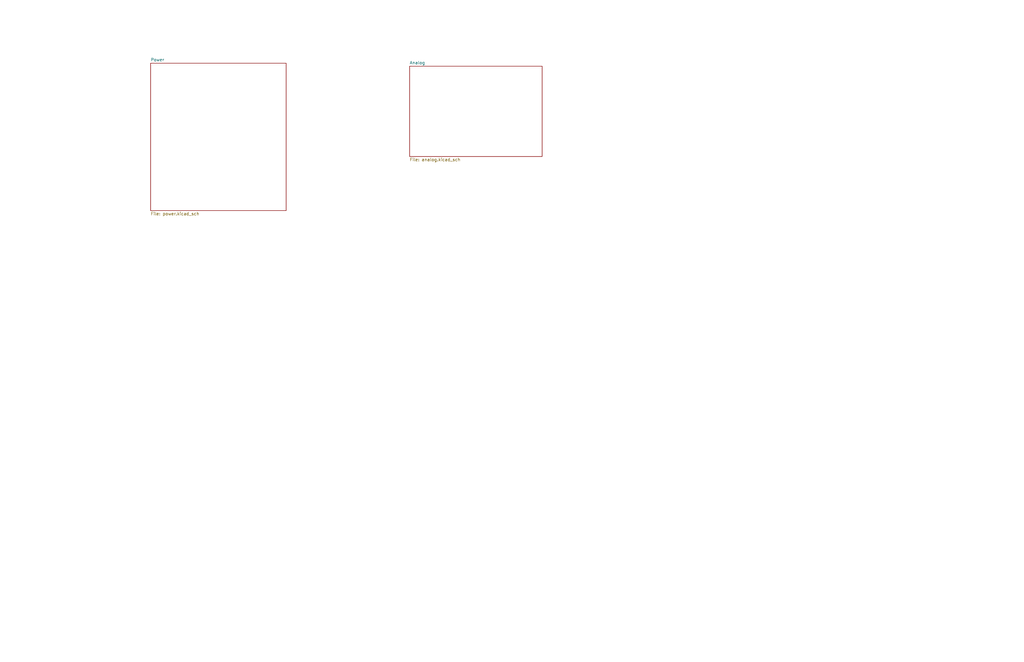
<source format=kicad_sch>
(kicad_sch
	(version 20231120)
	(generator "eeschema")
	(generator_version "8.0")
	(uuid "da21108e-763c-4664-9897-c9de1ca0d72d")
	(paper "B")
	(lib_symbols)
	(sheet
		(at 172.72 27.94)
		(size 55.88 38.1)
		(fields_autoplaced yes)
		(stroke
			(width 0.1524)
			(type solid)
		)
		(fill
			(color 0 0 0 0.0000)
		)
		(uuid "288af464-7719-46c5-b3e4-da10327cc7d3")
		(property "Sheetname" "Analog"
			(at 172.72 27.2284 0)
			(effects
				(font
					(size 1.27 1.27)
				)
				(justify left bottom)
			)
		)
		(property "Sheetfile" "analog.kicad_sch"
			(at 172.72 66.6246 0)
			(effects
				(font
					(size 1.27 1.27)
				)
				(justify left top)
			)
		)
		(instances
			(project "boltzmann_constant_amp"
				(path "/da21108e-763c-4664-9897-c9de1ca0d72d"
					(page "2")
				)
			)
		)
	)
	(sheet
		(at 63.5 26.67)
		(size 57.15 62.23)
		(fields_autoplaced yes)
		(stroke
			(width 0.1524)
			(type solid)
		)
		(fill
			(color 0 0 0 0.0000)
		)
		(uuid "ecc8c3ef-11c7-4818-8965-eff3405175ae")
		(property "Sheetname" "Power"
			(at 63.5 25.9584 0)
			(effects
				(font
					(size 1.27 1.27)
				)
				(justify left bottom)
			)
		)
		(property "Sheetfile" "power.kicad_sch"
			(at 63.5 89.4846 0)
			(effects
				(font
					(size 1.27 1.27)
				)
				(justify left top)
			)
		)
		(instances
			(project "boltzmann_constant_amp"
				(path "/da21108e-763c-4664-9897-c9de1ca0d72d"
					(page "3")
				)
			)
		)
	)
	(sheet_instances
		(path "/"
			(page "1")
		)
	)
)
</source>
